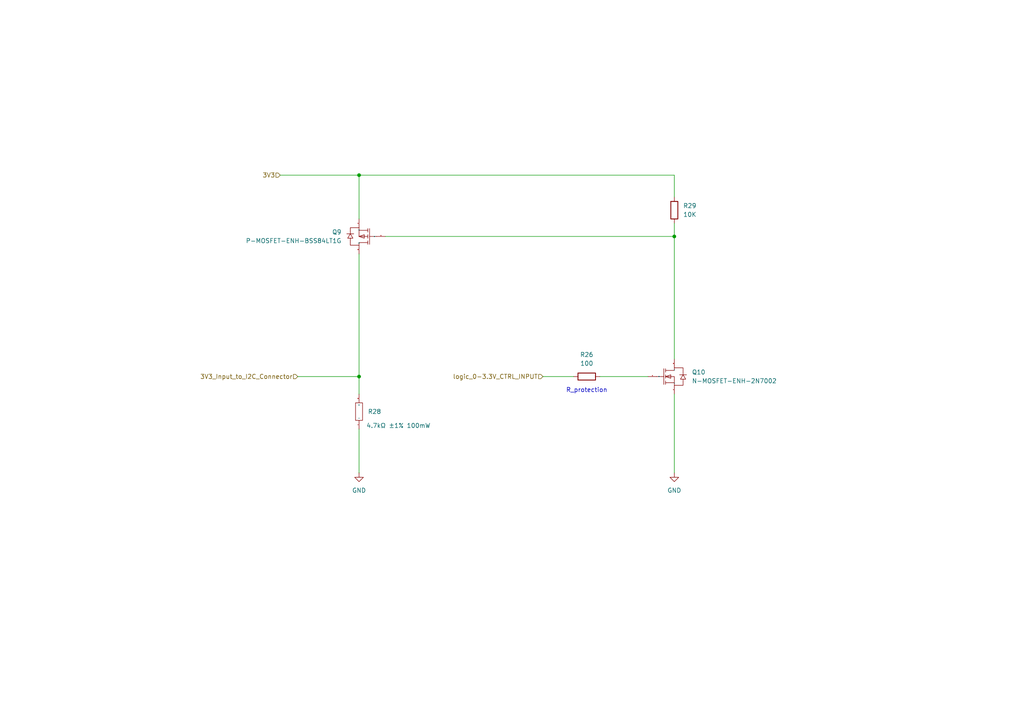
<source format=kicad_sch>
(kicad_sch
	(version 20250114)
	(generator "eeschema")
	(generator_version "9.0")
	(uuid "d89d6442-9812-4158-a0f5-3c446fd0ab74")
	(paper "A4")
	(lib_symbols
		(symbol "Device:R"
			(pin_numbers
				(hide yes)
			)
			(pin_names
				(offset 0)
			)
			(exclude_from_sim no)
			(in_bom yes)
			(on_board yes)
			(property "Reference" "R"
				(at 2.032 0 90)
				(effects
					(font
						(size 1.27 1.27)
					)
				)
			)
			(property "Value" "R"
				(at 0 0 90)
				(effects
					(font
						(size 1.27 1.27)
					)
				)
			)
			(property "Footprint" ""
				(at -1.778 0 90)
				(effects
					(font
						(size 1.27 1.27)
					)
					(hide yes)
				)
			)
			(property "Datasheet" "~"
				(at 0 0 0)
				(effects
					(font
						(size 1.27 1.27)
					)
					(hide yes)
				)
			)
			(property "Description" "Resistor"
				(at 0 0 0)
				(effects
					(font
						(size 1.27 1.27)
					)
					(hide yes)
				)
			)
			(property "ki_keywords" "R res resistor"
				(at 0 0 0)
				(effects
					(font
						(size 1.27 1.27)
					)
					(hide yes)
				)
			)
			(property "ki_fp_filters" "R_*"
				(at 0 0 0)
				(effects
					(font
						(size 1.27 1.27)
					)
					(hide yes)
				)
			)
			(symbol "R_0_1"
				(rectangle
					(start -1.016 -2.54)
					(end 1.016 2.54)
					(stroke
						(width 0.254)
						(type default)
					)
					(fill
						(type none)
					)
				)
			)
			(symbol "R_1_1"
				(pin passive line
					(at 0 3.81 270)
					(length 1.27)
					(name "~"
						(effects
							(font
								(size 1.27 1.27)
							)
						)
					)
					(number "1"
						(effects
							(font
								(size 1.27 1.27)
							)
						)
					)
				)
				(pin passive line
					(at 0 -3.81 90)
					(length 1.27)
					(name "~"
						(effects
							(font
								(size 1.27 1.27)
							)
						)
					)
					(number "2"
						(effects
							(font
								(size 1.27 1.27)
							)
						)
					)
				)
			)
			(embedded_fonts no)
		)
		(symbol "GND_1"
			(power)
			(pin_numbers
				(hide yes)
			)
			(pin_names
				(offset 0)
				(hide yes)
			)
			(exclude_from_sim no)
			(in_bom yes)
			(on_board yes)
			(property "Reference" "#PWR"
				(at 0 -6.35 0)
				(effects
					(font
						(size 1.27 1.27)
					)
					(hide yes)
				)
			)
			(property "Value" "GND"
				(at 0 -3.81 0)
				(effects
					(font
						(size 1.27 1.27)
					)
				)
			)
			(property "Footprint" ""
				(at 0 0 0)
				(effects
					(font
						(size 1.27 1.27)
					)
					(hide yes)
				)
			)
			(property "Datasheet" ""
				(at 0 0 0)
				(effects
					(font
						(size 1.27 1.27)
					)
					(hide yes)
				)
			)
			(property "Description" "Power symbol creates a global label with name \"GND\" , ground"
				(at 0 0 0)
				(effects
					(font
						(size 1.27 1.27)
					)
					(hide yes)
				)
			)
			(property "ki_keywords" "global power"
				(at 0 0 0)
				(effects
					(font
						(size 1.27 1.27)
					)
					(hide yes)
				)
			)
			(symbol "GND_1_0_1"
				(polyline
					(pts
						(xy 0 0) (xy 0 -1.27) (xy 1.27 -1.27) (xy 0 -2.54) (xy -1.27 -1.27) (xy 0 -1.27)
					)
					(stroke
						(width 0)
						(type default)
					)
					(fill
						(type none)
					)
				)
			)
			(symbol "GND_1_1_1"
				(pin power_in line
					(at 0 0 270)
					(length 0)
					(name "~"
						(effects
							(font
								(size 1.27 1.27)
							)
						)
					)
					(number "1"
						(effects
							(font
								(size 1.27 1.27)
							)
						)
					)
				)
			)
			(embedded_fonts no)
		)
		(symbol "My_Personal_Symbols_Library:0603WAF4701T5E"
			(exclude_from_sim no)
			(in_bom yes)
			(on_board yes)
			(property "Reference" "R"
				(at 0 0 0)
				(effects
					(font
						(size 1.27 1.27)
					)
				)
			)
			(property "Value" "4.7kΩ"
				(at 0 -3.556 0)
				(effects
					(font
						(size 1.27 1.27)
					)
					(hide yes)
				)
			)
			(property "Footprint" "RES_4K7_0603WAF4701T5E:R0603"
				(at 0 7.366 0)
				(effects
					(font
						(size 1.27 1.27)
					)
					(hide yes)
				)
			)
			(property "Datasheet" "https://atta.szlcsc.com/upload/public/pdf/source/20200306/C422600_1E6D84923E4A46A82E41ADD87F860B5C.pdf"
				(at -0.254 10.16 0)
				(effects
					(font
						(size 1.27 1.27)
					)
					(hide yes)
				)
			)
			(property "Description" "Type:Thick Film Resistors Resistance:4.7kΩ Tolerance:±1% Tolerance:±1% Power(Watts): Overload Voltage (Max): Temperature Coefficient:±100ppm/°C Temperature Coefficient:±100ppm/°C Operating Temperature Range:-55°C~+155°C Operating Temperature Range:-55°C~+155°C"
				(at 0.508 12.446 0)
				(effects
					(font
						(size 1.27 1.27)
					)
					(hide yes)
				)
			)
			(property "Manufacturer Part" "0603WAF4701T5E"
				(at -0.254 -7.874 0)
				(effects
					(font
						(size 1.27 1.27)
					)
					(hide yes)
				)
			)
			(property "Manufacturer" "UNI-ROYAL(厚声)"
				(at 0.508 -10.414 0)
				(effects
					(font
						(size 1.27 1.27)
					)
					(hide yes)
				)
			)
			(property "Supplier Part" "C23162"
				(at 0 -5.588 0)
				(effects
					(font
						(size 1.27 1.27)
					)
					(hide yes)
				)
			)
			(property "Supplier" "LCSC"
				(at 0 -13.462 0)
				(effects
					(font
						(size 1.27 1.27)
					)
					(hide yes)
				)
			)
			(property "LCSC Part Name" "4.7kΩ ±1% 100mW 厚膜电阻"
				(at -0.254 5.08 0)
				(effects
					(font
						(size 1.27 1.27)
					)
					(hide yes)
				)
			)
			(symbol "0603WAF4701T5E_1_0"
				(rectangle
					(start -2.54 1.016)
					(end 2.54 -1.016)
					(stroke
						(width 0)
						(type default)
					)
					(fill
						(type none)
					)
				)
				(pin passive line
					(at -5.08 0 0)
					(length 2.54)
					(name "1"
						(effects
							(font
								(size 0.0254 0.0254)
							)
						)
					)
					(number "1"
						(effects
							(font
								(size 0.0254 0.0254)
							)
						)
					)
				)
				(pin passive line
					(at 5.08 0 180)
					(length 2.54)
					(name "2"
						(effects
							(font
								(size 0.0254 0.0254)
							)
						)
					)
					(number "2"
						(effects
							(font
								(size 0.0254 0.0254)
							)
						)
					)
				)
			)
			(embedded_fonts no)
		)
		(symbol "My_Personal_Symbols_Library:2N7002"
			(exclude_from_sim no)
			(in_bom yes)
			(on_board yes)
			(property "Reference" "Q"
				(at -2.286 4.826 0)
				(effects
					(font
						(size 1.27 1.27)
					)
				)
			)
			(property "Value" ""
				(at 0 0 0)
				(effects
					(font
						(size 1.27 1.27)
					)
				)
			)
			(property "Footprint" "ProLib_pcs_NMOSFET_ENH_2N7002_2025-05-22:SOT-23-3_L2.9-W1.3-P1.90-LS2.4-BR"
				(at 3.048 28.448 0)
				(effects
					(font
						(size 1.27 1.27)
					)
					(hide yes)
				)
			)
			(property "Datasheet" "https://atta.szlcsc.com/upload/public/pdf/source/20171228/C164913_15144413269051213916.pdf"
				(at -1.524 19.304 0)
				(effects
					(font
						(size 1.27 1.27)
					)
					(hide yes)
				)
			)
			(property "Description" "Type:1 N-Channel Drain Source Voltage (Vdss): Continuous Drain Current (Id): Drain Source On Resistance (RDS(on)@Vgs,Id):5Ω@10V Power Dissipation (Pd):225mW Gate Threshold Voltage (Vgs(th)@Id):2.5V@250uA Input Capacitance (Ciss@Vds):50pF Reverse Transfer"
				(at -0.254 24.384 0)
				(effects
					(font
						(size 1.27 1.27)
					)
					(hide yes)
				)
			)
			(property "Manufacturer Part" "2N7002"
				(at 0.508 -14.732 0)
				(effects
					(font
						(size 1.27 1.27)
					)
					(hide yes)
				)
			)
			(property "Manufacturer" "CJ(江苏长电/长晶)"
				(at 1.778 -31.242 0)
				(effects
					(font
						(size 1.27 1.27)
					)
					(hide yes)
				)
			)
			(property "Supplier Part" "C8545"
				(at 0.762 -18.288 0)
				(effects
					(font
						(size 1.27 1.27)
					)
					(hide yes)
				)
			)
			(property "Supplier" "LCSC"
				(at 0.762 -26.162 0)
				(effects
					(font
						(size 1.27 1.27)
					)
					(hide yes)
				)
			)
			(property "LCSC Part Name" "1个N沟道 耐压:60V 电流:115mA"
				(at 0.508 16.002 0)
				(effects
					(font
						(size 1.27 1.27)
					)
					(hide yes)
				)
			)
			(symbol "2N7002_1_0"
				(polyline
					(pts
						(xy -2.54 0) (xy -0.508 0)
					)
					(stroke
						(width 0)
						(type default)
					)
					(fill
						(type none)
					)
				)
				(polyline
					(pts
						(xy -0.508 2.286) (xy -0.508 -2.286)
					)
					(stroke
						(width 0)
						(type default)
					)
					(fill
						(type none)
					)
				)
				(polyline
					(pts
						(xy 0 2.286) (xy 0 1.27)
					)
					(stroke
						(width 0)
						(type default)
					)
					(fill
						(type none)
					)
				)
				(polyline
					(pts
						(xy 0 1.778) (xy 2.54 1.778) (xy 2.54 1.778) (xy 2.54 2.54) (xy 2.54 2.54) (xy 5.08 2.54) (xy 5.08 2.54)
						(xy 5.08 0.508)
					)
					(stroke
						(width 0)
						(type default)
					)
					(fill
						(type none)
					)
				)
				(polyline
					(pts
						(xy 0 0) (xy 1.524 -0.508) (xy 1.524 -0.508) (xy 1.524 0.508) (xy 1.524 0.508) (xy 0 0)
					)
					(stroke
						(width 0)
						(type default)
					)
					(fill
						(type none)
					)
				)
				(polyline
					(pts
						(xy 0 0) (xy 2.54 0) (xy 2.54 0) (xy 2.54 -2.54) (xy 2.54 -2.54) (xy 5.08 -2.54) (xy 5.08 -2.54)
						(xy 5.08 -0.762)
					)
					(stroke
						(width 0)
						(type default)
					)
					(fill
						(type none)
					)
				)
				(polyline
					(pts
						(xy 0 -0.508) (xy 0 0.508)
					)
					(stroke
						(width 0)
						(type default)
					)
					(fill
						(type none)
					)
				)
				(polyline
					(pts
						(xy 0 -2.286) (xy 0 -1.27)
					)
					(stroke
						(width 0)
						(type default)
					)
					(fill
						(type none)
					)
				)
				(polyline
					(pts
						(xy 2.54 -1.778) (xy 0 -1.778)
					)
					(stroke
						(width 0)
						(type default)
					)
					(fill
						(type none)
					)
				)
				(polyline
					(pts
						(xy 5.08 0.508) (xy 4.318 -0.762) (xy 4.318 -0.762) (xy 5.842 -0.762) (xy 5.842 -0.762) (xy 5.08 0.508)
					)
					(stroke
						(width 0)
						(type default)
					)
					(fill
						(type none)
					)
				)
				(polyline
					(pts
						(xy 6.096 0.508) (xy 5.588 0.508) (xy 5.588 0.508) (xy 4.572 0.508) (xy 4.572 0.508) (xy 4.064 0.508)
					)
					(stroke
						(width 0)
						(type default)
					)
					(fill
						(type none)
					)
				)
				(pin input line
					(at -5.08 0 0)
					(length 2.54)
					(name "G"
						(effects
							(font
								(size 0.0254 0.0254)
							)
						)
					)
					(number "1"
						(effects
							(font
								(size 0.0254 0.0254)
							)
						)
					)
				)
				(pin input line
					(at 2.54 5.08 270)
					(length 2.54)
					(name "D"
						(effects
							(font
								(size 0.0254 0.0254)
							)
						)
					)
					(number "3"
						(effects
							(font
								(size 0.0254 0.0254)
							)
						)
					)
				)
				(pin input line
					(at 2.54 -5.08 90)
					(length 2.54)
					(name "S"
						(effects
							(font
								(size 0.0254 0.0254)
							)
						)
					)
					(number "2"
						(effects
							(font
								(size 0.0254 0.0254)
							)
						)
					)
				)
			)
			(embedded_fonts no)
		)
		(symbol "My_Personal_Symbols_Library:BSS84LT1G"
			(exclude_from_sim no)
			(in_bom yes)
			(on_board yes)
			(property "Reference" "Q"
				(at -1.778 4.064 0)
				(effects
					(font
						(size 1.27 1.27)
					)
				)
			)
			(property "Value" ""
				(at 0 0 0)
				(effects
					(font
						(size 1.27 1.27)
					)
				)
			)
			(property "Footprint" "ProLib_pcs_PMOSFET_ENH_BSS84LT1G_2025-05-22:SOT-23-3_L2.9-W1.6-P1.90-LS2.8-BR"
				(at 0.762 25.146 0)
				(effects
					(font
						(size 1.27 1.27)
					)
					(hide yes)
				)
			)
			(property "Datasheet" "https://atta.szlcsc.com/upload/public/pdf/source/20160910/1473490307635.PDF"
				(at 0 28.956 0)
				(effects
					(font
						(size 1.27 1.27)
					)
					(hide yes)
				)
			)
			(property "Description" "Type:1个PChannel Drain Source Voltage (Vdss): Continuous Drain Current (Id): Power Dissipation (Pd): Drain Source On Resistance (RDS(on)@Vgs,Id):10Ω@5V,100mA Gate Threshold Voltage (Vgs(th)@Id):2V@250uA Input Capacitance (Ciss@Vds):30pF@5V Operating Temper"
				(at 1.524 19.05 0)
				(effects
					(font
						(size 1.27 1.27)
					)
					(hide yes)
				)
			)
			(property "Manufacturer Part" "BSS84LT1G"
				(at 0.254 -16.002 0)
				(effects
					(font
						(size 1.27 1.27)
					)
					(hide yes)
				)
			)
			(property "Manufacturer" "onsemi(安森美)"
				(at 1.016 -26.67 0)
				(effects
					(font
						(size 1.27 1.27)
					)
					(hide yes)
				)
			)
			(property "Supplier Part" "C82079"
				(at 0.254 -20.32 0)
				(effects
					(font
						(size 1.27 1.27)
					)
					(hide yes)
				)
			)
			(property "Supplier" "LCSC"
				(at 0 -23.368 0)
				(effects
					(font
						(size 1.27 1.27)
					)
					(hide yes)
				)
			)
			(property "LCSC Part Name" "1个P沟道 耐压:50V 电流:130mA"
				(at 0.508 14.986 0)
				(effects
					(font
						(size 1.27 1.27)
					)
					(hide yes)
				)
			)
			(symbol "BSS84LT1G_1_0"
				(polyline
					(pts
						(xy -2.54 0) (xy -0.508 0)
					)
					(stroke
						(width 0)
						(type default)
					)
					(fill
						(type none)
					)
				)
				(polyline
					(pts
						(xy -0.508 2.286) (xy -0.508 -2.286)
					)
					(stroke
						(width 0)
						(type default)
					)
					(fill
						(type none)
					)
				)
				(polyline
					(pts
						(xy 0 2.286) (xy 0 1.27)
					)
					(stroke
						(width 0)
						(type default)
					)
					(fill
						(type none)
					)
				)
				(polyline
					(pts
						(xy 0 1.778) (xy 2.54 1.778) (xy 2.54 1.778) (xy 2.54 2.54) (xy 2.54 2.54) (xy 5.08 2.54) (xy 5.08 2.54)
						(xy 5.08 0.508)
					)
					(stroke
						(width 0)
						(type default)
					)
					(fill
						(type none)
					)
				)
				(polyline
					(pts
						(xy 0 0) (xy 2.54 0) (xy 2.54 0) (xy 2.54 -2.54) (xy 2.54 -2.54) (xy 5.08 -2.54) (xy 5.08 -2.54)
						(xy 5.08 -0.762)
					)
					(stroke
						(width 0)
						(type default)
					)
					(fill
						(type none)
					)
				)
				(polyline
					(pts
						(xy 0 -0.508) (xy 0 0.508)
					)
					(stroke
						(width 0)
						(type default)
					)
					(fill
						(type none)
					)
				)
				(polyline
					(pts
						(xy 0 -2.286) (xy 0 -1.27)
					)
					(stroke
						(width 0)
						(type default)
					)
					(fill
						(type none)
					)
				)
				(polyline
					(pts
						(xy 2.54 0) (xy 1.016 0.508) (xy 1.016 0.508) (xy 1.016 -0.508) (xy 1.016 -0.508) (xy 2.54 0)
					)
					(stroke
						(width 0)
						(type default)
					)
					(fill
						(type none)
					)
				)
				(polyline
					(pts
						(xy 2.54 -1.778) (xy 0 -1.778)
					)
					(stroke
						(width 0)
						(type default)
					)
					(fill
						(type none)
					)
				)
				(polyline
					(pts
						(xy 4.064 -0.762) (xy 4.572 -0.762) (xy 4.572 -0.762) (xy 5.588 -0.762) (xy 5.588 -0.762) (xy 6.096 -0.762)
					)
					(stroke
						(width 0)
						(type default)
					)
					(fill
						(type none)
					)
				)
				(polyline
					(pts
						(xy 5.08 -0.762) (xy 5.842 0.508) (xy 5.842 0.508) (xy 4.318 0.508) (xy 4.318 0.508) (xy 5.08 -0.762)
					)
					(stroke
						(width 0)
						(type default)
					)
					(fill
						(type none)
					)
				)
				(pin passive line
					(at -5.08 0 0)
					(length 2.54)
					(name "G"
						(effects
							(font
								(size 0.0254 0.0254)
							)
						)
					)
					(number "1"
						(effects
							(font
								(size 0.0254 0.0254)
							)
						)
					)
				)
				(pin passive line
					(at 2.54 5.08 270)
					(length 2.54)
					(name "D"
						(effects
							(font
								(size 0.0254 0.0254)
							)
						)
					)
					(number "3"
						(effects
							(font
								(size 0.0254 0.0254)
							)
						)
					)
				)
				(pin passive line
					(at 2.54 -5.08 90)
					(length 2.54)
					(name "S"
						(effects
							(font
								(size 0.0254 0.0254)
							)
						)
					)
					(number "2"
						(effects
							(font
								(size 0.0254 0.0254)
							)
						)
					)
				)
			)
			(embedded_fonts no)
		)
	)
	(text "R_protection"
		(exclude_from_sim no)
		(at 170.18 113.284 0)
		(effects
			(font
				(size 1.27 1.27)
			)
		)
		(uuid "c35d330d-86eb-4d77-9b2c-e553103997ea")
	)
	(junction
		(at 104.14 50.8)
		(diameter 0)
		(color 0 0 0 0)
		(uuid "382edff1-047d-4b67-9280-af61b145fa2c")
	)
	(junction
		(at 104.14 109.22)
		(diameter 0)
		(color 0 0 0 0)
		(uuid "49e507f2-c846-4219-9750-509d83642d7f")
	)
	(junction
		(at 195.58 68.58)
		(diameter 0)
		(color 0 0 0 0)
		(uuid "b8fa2485-e270-4904-9154-991881502842")
	)
	(wire
		(pts
			(xy 104.14 109.22) (xy 104.14 114.3)
		)
		(stroke
			(width 0)
			(type default)
		)
		(uuid "0220a8ee-e22e-41fb-a12d-e5f39d259918")
	)
	(wire
		(pts
			(xy 173.99 109.22) (xy 187.96 109.22)
		)
		(stroke
			(width 0)
			(type default)
		)
		(uuid "025b4f62-071d-4cfe-81e1-a4f696155b43")
	)
	(wire
		(pts
			(xy 104.14 124.46) (xy 104.14 137.16)
		)
		(stroke
			(width 0)
			(type default)
		)
		(uuid "0d1b0239-5897-46f4-98ca-793324b2359e")
	)
	(wire
		(pts
			(xy 104.14 50.8) (xy 104.14 63.5)
		)
		(stroke
			(width 0)
			(type default)
		)
		(uuid "238d76aa-a24e-4758-b948-aee77db33b6b")
	)
	(wire
		(pts
			(xy 104.14 50.8) (xy 195.58 50.8)
		)
		(stroke
			(width 0)
			(type default)
		)
		(uuid "8fa55858-2cbb-4c90-b65c-5ad31fa38c30")
	)
	(wire
		(pts
			(xy 86.36 109.22) (xy 104.14 109.22)
		)
		(stroke
			(width 0)
			(type default)
		)
		(uuid "9195cd80-8010-4224-bccb-662b639fe8e8")
	)
	(wire
		(pts
			(xy 195.58 68.58) (xy 195.58 64.77)
		)
		(stroke
			(width 0)
			(type default)
		)
		(uuid "925e00ba-c268-40a9-9d26-aa469fc6692e")
	)
	(wire
		(pts
			(xy 195.58 114.3) (xy 195.58 137.16)
		)
		(stroke
			(width 0)
			(type default)
		)
		(uuid "9d55ac9f-fc71-4e4c-84a6-84b8cfdd0e85")
	)
	(wire
		(pts
			(xy 157.48 109.22) (xy 166.37 109.22)
		)
		(stroke
			(width 0)
			(type default)
		)
		(uuid "ab4dfa1e-2c90-4a53-9810-30e3e6f7a645")
	)
	(wire
		(pts
			(xy 81.28 50.8) (xy 104.14 50.8)
		)
		(stroke
			(width 0)
			(type default)
		)
		(uuid "b8d32f5d-a0a0-452c-ba0d-348f251ae9bb")
	)
	(wire
		(pts
			(xy 195.58 50.8) (xy 195.58 57.15)
		)
		(stroke
			(width 0)
			(type default)
		)
		(uuid "b999ce25-a216-4a6e-8237-c1ae8debaf10")
	)
	(wire
		(pts
			(xy 104.14 73.66) (xy 104.14 109.22)
		)
		(stroke
			(width 0)
			(type default)
		)
		(uuid "c8451558-b2ba-412a-80ad-d6389e8658ae")
	)
	(wire
		(pts
			(xy 195.58 68.58) (xy 195.58 104.14)
		)
		(stroke
			(width 0)
			(type default)
		)
		(uuid "f33a671c-947b-4637-a13e-e144485ed98c")
	)
	(wire
		(pts
			(xy 111.76 68.58) (xy 195.58 68.58)
		)
		(stroke
			(width 0)
			(type default)
		)
		(uuid "fd5b6799-0a7c-470c-8592-9883003072e1")
	)
	(hierarchical_label "3V3_Input_to_I2C_Connector"
		(shape input)
		(at 86.36 109.22 180)
		(effects
			(font
				(size 1.27 1.27)
			)
			(justify right)
		)
		(uuid "4ad409a7-4b9d-44b7-adf9-0b683cb1377b")
	)
	(hierarchical_label "3V3"
		(shape input)
		(at 81.28 50.8 180)
		(effects
			(font
				(size 1.27 1.27)
			)
			(justify right)
		)
		(uuid "5456045b-0add-4f6f-86c8-271fbe3352e2")
	)
	(hierarchical_label "logic_0-3.3V_CTRL_INPUT"
		(shape input)
		(at 157.48 109.22 180)
		(effects
			(font
				(size 1.27 1.27)
			)
			(justify right)
		)
		(uuid "e8fbfa9a-792f-4a21-825d-96e1246adc91")
	)
	(symbol
		(lib_name "GND_1")
		(lib_id "power:GND")
		(at 195.58 137.16 0)
		(unit 1)
		(exclude_from_sim no)
		(in_bom yes)
		(on_board yes)
		(dnp no)
		(fields_autoplaced yes)
		(uuid "281a5546-eed1-4fb2-862b-fb2307330f96")
		(property "Reference" "#PWR063"
			(at 195.58 143.51 0)
			(effects
				(font
					(size 1.27 1.27)
				)
				(hide yes)
			)
		)
		(property "Value" "GND"
			(at 195.58 142.24 0)
			(effects
				(font
					(size 1.27 1.27)
				)
			)
		)
		(property "Footprint" ""
			(at 195.58 137.16 0)
			(effects
				(font
					(size 1.27 1.27)
				)
				(hide yes)
			)
		)
		(property "Datasheet" ""
			(at 195.58 137.16 0)
			(effects
				(font
					(size 1.27 1.27)
				)
				(hide yes)
			)
		)
		(property "Description" "Power symbol creates a global label with name \"GND\" , ground"
			(at 195.58 137.16 0)
			(effects
				(font
					(size 1.27 1.27)
				)
				(hide yes)
			)
		)
		(pin "1"
			(uuid "f6beef3d-586e-4f81-bcec-d0c259cde743")
		)
		(instances
			(project "MY-ESP32"
				(path "/d6d8d651-8dd4-45a4-bd17-f84a87bbb30c/6919b8a3-84d4-45ca-a14c-74be4024a5b9"
					(reference "#PWR063")
					(unit 1)
				)
			)
		)
	)
	(symbol
		(lib_id "My_Personal_Symbols_Library:0603WAF4701T5E")
		(at 104.14 119.38 90)
		(unit 1)
		(exclude_from_sim no)
		(in_bom yes)
		(on_board yes)
		(dnp no)
		(uuid "8a67cea8-a141-4157-8ba4-5c26f89fa556")
		(property "Reference" "R28"
			(at 106.68 119.3799 90)
			(effects
				(font
					(size 1.27 1.27)
				)
				(justify right)
			)
		)
		(property "Value" "4.7kΩ ±1% 100mW"
			(at 115.57 123.444 90)
			(effects
				(font
					(size 1.27 1.27)
				)
			)
		)
		(property "Footprint" "My_Personal_Footprints_Library:0603WAF4701T5E"
			(at 96.774 119.38 0)
			(effects
				(font
					(size 1.27 1.27)
				)
				(hide yes)
			)
		)
		(property "Datasheet" "https://atta.szlcsc.com/upload/public/pdf/source/20200306/C422600_1E6D84923E4A46A82E41ADD87F860B5C.pdf"
			(at 93.98 119.634 0)
			(effects
				(font
					(size 1.27 1.27)
				)
				(hide yes)
			)
		)
		(property "Description" "Type:Thick Film Resistors Resistance:4.7kΩ Tolerance:±1% Tolerance:±1% Power(Watts): Overload Voltage (Max): Temperature Coefficient:±100ppm/°C Temperature Coefficient:±100ppm/°C Operating Temperature Range:-55°C~+155°C Operating Temperature Range:-55°C~+155°C"
			(at 91.694 118.872 0)
			(effects
				(font
					(size 1.27 1.27)
				)
				(hide yes)
			)
		)
		(property "Manufacturer Part" "0603WAF4701T5E"
			(at 112.014 119.634 0)
			(effects
				(font
					(size 1.27 1.27)
				)
				(hide yes)
			)
		)
		(property "Manufacturer" "UNI-ROYAL(厚声)"
			(at 114.554 118.872 0)
			(effects
				(font
					(size 1.27 1.27)
				)
				(hide yes)
			)
		)
		(property "Supplier Part" "C23162"
			(at 109.728 119.38 0)
			(effects
				(font
					(size 1.27 1.27)
				)
				(hide yes)
			)
		)
		(property "Supplier" "LCSC"
			(at 117.602 119.38 0)
			(effects
				(font
					(size 1.27 1.27)
				)
				(hide yes)
			)
		)
		(property "LCSC Part Name" "4.7kΩ ±1% 100mW"
			(at 99.06 119.634 0)
			(effects
				(font
					(size 1.27 1.27)
				)
				(hide yes)
			)
		)
		(pin "1"
			(uuid "742a9ab7-c784-4231-a087-aa8d5da1b2a3")
		)
		(pin "2"
			(uuid "ef1e9a88-ed5e-4088-b9e0-d24210af9bfa")
		)
		(instances
			(project "MY-ESP32"
				(path "/d6d8d651-8dd4-45a4-bd17-f84a87bbb30c/6919b8a3-84d4-45ca-a14c-74be4024a5b9"
					(reference "R28")
					(unit 1)
				)
			)
		)
	)
	(symbol
		(lib_id "Device:R")
		(at 195.58 60.96 180)
		(unit 1)
		(exclude_from_sim no)
		(in_bom yes)
		(on_board yes)
		(dnp no)
		(fields_autoplaced yes)
		(uuid "be3bcedc-72bf-4a33-8232-01a13fedf48e")
		(property "Reference" "R29"
			(at 198.12 59.6899 0)
			(effects
				(font
					(size 1.27 1.27)
				)
				(justify right)
			)
		)
		(property "Value" "10K"
			(at 198.12 62.2299 0)
			(effects
				(font
					(size 1.27 1.27)
				)
				(justify right)
			)
		)
		(property "Footprint" "Resistor_SMD:R_0805_2012Metric_Pad1.20x1.40mm_HandSolder"
			(at 197.358 60.96 90)
			(effects
				(font
					(size 1.27 1.27)
				)
				(hide yes)
			)
		)
		(property "Datasheet" "~"
			(at 195.58 60.96 0)
			(effects
				(font
					(size 1.27 1.27)
				)
				(hide yes)
			)
		)
		(property "Description" ""
			(at 195.58 60.96 0)
			(effects
				(font
					(size 1.27 1.27)
				)
			)
		)
		(property "REF" "C17414"
			(at 195.58 60.96 0)
			(effects
				(font
					(size 1.27 1.27)
				)
				(hide yes)
			)
		)
		(pin "1"
			(uuid "af5f3c5d-f3e9-49b7-9c40-b2b20fdef0c6")
		)
		(pin "2"
			(uuid "83c68fc5-3978-4ba0-b2d4-6df7d58fdca7")
		)
		(instances
			(project "MY-ESP32"
				(path "/d6d8d651-8dd4-45a4-bd17-f84a87bbb30c/6919b8a3-84d4-45ca-a14c-74be4024a5b9"
					(reference "R29")
					(unit 1)
				)
			)
		)
	)
	(symbol
		(lib_name "GND_1")
		(lib_id "power:GND")
		(at 104.14 137.16 0)
		(unit 1)
		(exclude_from_sim no)
		(in_bom yes)
		(on_board yes)
		(dnp no)
		(fields_autoplaced yes)
		(uuid "c6c2d809-1223-4504-983b-e4cb8d399409")
		(property "Reference" "#PWR060"
			(at 104.14 143.51 0)
			(effects
				(font
					(size 1.27 1.27)
				)
				(hide yes)
			)
		)
		(property "Value" "GND"
			(at 104.14 142.24 0)
			(effects
				(font
					(size 1.27 1.27)
				)
			)
		)
		(property "Footprint" ""
			(at 104.14 137.16 0)
			(effects
				(font
					(size 1.27 1.27)
				)
				(hide yes)
			)
		)
		(property "Datasheet" ""
			(at 104.14 137.16 0)
			(effects
				(font
					(size 1.27 1.27)
				)
				(hide yes)
			)
		)
		(property "Description" "Power symbol creates a global label with name \"GND\" , ground"
			(at 104.14 137.16 0)
			(effects
				(font
					(size 1.27 1.27)
				)
				(hide yes)
			)
		)
		(pin "1"
			(uuid "5ff9aac3-d361-4a85-971a-4ffc382b6c21")
		)
		(instances
			(project "MY-ESP32"
				(path "/d6d8d651-8dd4-45a4-bd17-f84a87bbb30c/6919b8a3-84d4-45ca-a14c-74be4024a5b9"
					(reference "#PWR060")
					(unit 1)
				)
			)
		)
	)
	(symbol
		(lib_id "Device:R")
		(at 170.18 109.22 270)
		(unit 1)
		(exclude_from_sim no)
		(in_bom yes)
		(on_board yes)
		(dnp no)
		(fields_autoplaced yes)
		(uuid "d5cfc178-24f1-4033-b3ce-f4aa2a7504e8")
		(property "Reference" "R26"
			(at 170.18 102.87 90)
			(effects
				(font
					(size 1.27 1.27)
				)
			)
		)
		(property "Value" "100"
			(at 170.18 105.41 90)
			(effects
				(font
					(size 1.27 1.27)
				)
			)
		)
		(property "Footprint" "Resistor_SMD:R_0805_2012Metric_Pad1.20x1.40mm_HandSolder"
			(at 170.18 107.442 90)
			(effects
				(font
					(size 1.27 1.27)
				)
				(hide yes)
			)
		)
		(property "Datasheet" "~"
			(at 170.18 109.22 0)
			(effects
				(font
					(size 1.27 1.27)
				)
				(hide yes)
			)
		)
		(property "Description" ""
			(at 170.18 109.22 0)
			(effects
				(font
					(size 1.27 1.27)
				)
			)
		)
		(property "REF" "C17408"
			(at 170.18 109.22 0)
			(effects
				(font
					(size 1.27 1.27)
				)
				(hide yes)
			)
		)
		(pin "1"
			(uuid "0d0b4238-2aa8-435f-95be-1e8a664ae8c3")
		)
		(pin "2"
			(uuid "a70bb31e-7451-42b6-867a-8baf6f947ac8")
		)
		(instances
			(project "MY-ESP32"
				(path "/d6d8d651-8dd4-45a4-bd17-f84a87bbb30c/6919b8a3-84d4-45ca-a14c-74be4024a5b9"
					(reference "R26")
					(unit 1)
				)
			)
		)
	)
	(symbol
		(lib_id "My_Personal_Symbols_Library:2N7002")
		(at 193.04 109.22 0)
		(unit 1)
		(exclude_from_sim no)
		(in_bom yes)
		(on_board yes)
		(dnp no)
		(fields_autoplaced yes)
		(uuid "f1aa8d44-3ceb-4dd5-8c4e-c2248a005d91")
		(property "Reference" "Q10"
			(at 200.66 107.9499 0)
			(effects
				(font
					(size 1.27 1.27)
				)
				(justify left)
			)
		)
		(property "Value" "N-MOSFET-ENH-2N7002"
			(at 200.66 110.4899 0)
			(effects
				(font
					(size 1.27 1.27)
				)
				(justify left)
			)
		)
		(property "Footprint" "My_Personal_Footprints_Library:2N7002"
			(at 196.088 80.772 0)
			(effects
				(font
					(size 1.27 1.27)
				)
				(hide yes)
			)
		)
		(property "Datasheet" "https://atta.szlcsc.com/upload/public/pdf/source/20171228/C164913_15144413269051213916.pdf"
			(at 191.516 89.916 0)
			(effects
				(font
					(size 1.27 1.27)
				)
				(hide yes)
			)
		)
		(property "Description" "Type:1 N-Channel Drain Source Voltage (Vdss): Continuous Drain Current (Id): Drain Source On Resistance (RDS(on)@Vgs,Id):5Ω@10V Power Dissipation (Pd):225mW Gate Threshold Voltage (Vgs(th)@Id):2.5V@250uA Input Capacitance (Ciss@Vds):50pF Reverse Transfer"
			(at 192.786 84.836 0)
			(effects
				(font
					(size 1.27 1.27)
				)
				(hide yes)
			)
		)
		(property "Manufacturer Part" "2N7002"
			(at 193.548 123.952 0)
			(effects
				(font
					(size 1.27 1.27)
				)
				(hide yes)
			)
		)
		(property "Manufacturer" "CJ(江苏长电/长晶)"
			(at 194.818 140.462 0)
			(effects
				(font
					(size 1.27 1.27)
				)
				(hide yes)
			)
		)
		(property "Supplier Part" "C8545"
			(at 193.802 127.508 0)
			(effects
				(font
					(size 1.27 1.27)
				)
				(hide yes)
			)
		)
		(property "Supplier" "LCSC"
			(at 193.802 135.382 0)
			(effects
				(font
					(size 1.27 1.27)
				)
				(hide yes)
			)
		)
		(property "LCSC Part Name" "1个N沟道 耐压:60V 电流:115mA"
			(at 193.548 93.218 0)
			(effects
				(font
					(size 1.27 1.27)
				)
				(hide yes)
			)
		)
		(pin "3"
			(uuid "cde41927-6275-49c4-9480-27af2595710a")
		)
		(pin "1"
			(uuid "cb365400-e7ea-4019-85ee-4db27a99d8ac")
		)
		(pin "2"
			(uuid "8b77c8c7-414c-4948-8b8a-7b3d1512e992")
		)
		(instances
			(project "MY-ESP32"
				(path "/d6d8d651-8dd4-45a4-bd17-f84a87bbb30c/6919b8a3-84d4-45ca-a14c-74be4024a5b9"
					(reference "Q10")
					(unit 1)
				)
			)
		)
	)
	(symbol
		(lib_id "My_Personal_Symbols_Library:BSS84LT1G")
		(at 106.68 68.58 180)
		(unit 1)
		(exclude_from_sim no)
		(in_bom yes)
		(on_board yes)
		(dnp no)
		(fields_autoplaced yes)
		(uuid "faba1c5a-6de4-46ad-90fa-3c0e3ad56002")
		(property "Reference" "Q9"
			(at 99.06 67.3099 0)
			(effects
				(font
					(size 1.27 1.27)
				)
				(justify left)
			)
		)
		(property "Value" "P-MOSFET-ENH-BSS84LT1G"
			(at 99.06 69.8499 0)
			(effects
				(font
					(size 1.27 1.27)
				)
				(justify left)
			)
		)
		(property "Footprint" "My_Personal_Footprints_Library:BSS84LT1G"
			(at 105.918 93.726 0)
			(effects
				(font
					(size 1.27 1.27)
				)
				(hide yes)
			)
		)
		(property "Datasheet" "https://atta.szlcsc.com/upload/public/pdf/source/20160910/1473490307635.PDF"
			(at 106.68 97.536 0)
			(effects
				(font
					(size 1.27 1.27)
				)
				(hide yes)
			)
		)
		(property "Description" "Type:1个PChannel Drain Source Voltage (Vdss): Continuous Drain Current (Id): Power Dissipation (Pd): Drain Source On Resistance (RDS(on)@Vgs,Id):10Ω@5V,100mA Gate Threshold Voltage (Vgs(th)@Id):2V@250uA Input Capacitance (Ciss@Vds):30pF@5V Operating Temper"
			(at 105.156 87.63 0)
			(effects
				(font
					(size 1.27 1.27)
				)
				(hide yes)
			)
		)
		(property "Manufacturer Part" "BSS84LT1G"
			(at 106.426 52.578 0)
			(effects
				(font
					(size 1.27 1.27)
				)
				(hide yes)
			)
		)
		(property "Manufacturer" "onsemi(安森美)"
			(at 105.664 41.91 0)
			(effects
				(font
					(size 1.27 1.27)
				)
				(hide yes)
			)
		)
		(property "Supplier Part" "C82079"
			(at 106.426 48.26 0)
			(effects
				(font
					(size 1.27 1.27)
				)
				(hide yes)
			)
		)
		(property "Supplier" "LCSC"
			(at 106.68 45.212 0)
			(effects
				(font
					(size 1.27 1.27)
				)
				(hide yes)
			)
		)
		(property "LCSC Part Name" "1个P沟道 耐压:50V 电流:130mA"
			(at 106.172 83.566 0)
			(effects
				(font
					(size 1.27 1.27)
				)
				(hide yes)
			)
		)
		(pin "1"
			(uuid "a7549fe3-6b1e-4a8b-9a37-a7e130d2b949")
		)
		(pin "3"
			(uuid "3bba20a2-fc1a-401d-97c1-09f45d0f75c0")
		)
		(pin "2"
			(uuid "22e35732-0780-40fb-8e1a-3c1265b67da8")
		)
		(instances
			(project "MY-ESP32"
				(path "/d6d8d651-8dd4-45a4-bd17-f84a87bbb30c/6919b8a3-84d4-45ca-a14c-74be4024a5b9"
					(reference "Q9")
					(unit 1)
				)
			)
		)
	)
)

</source>
